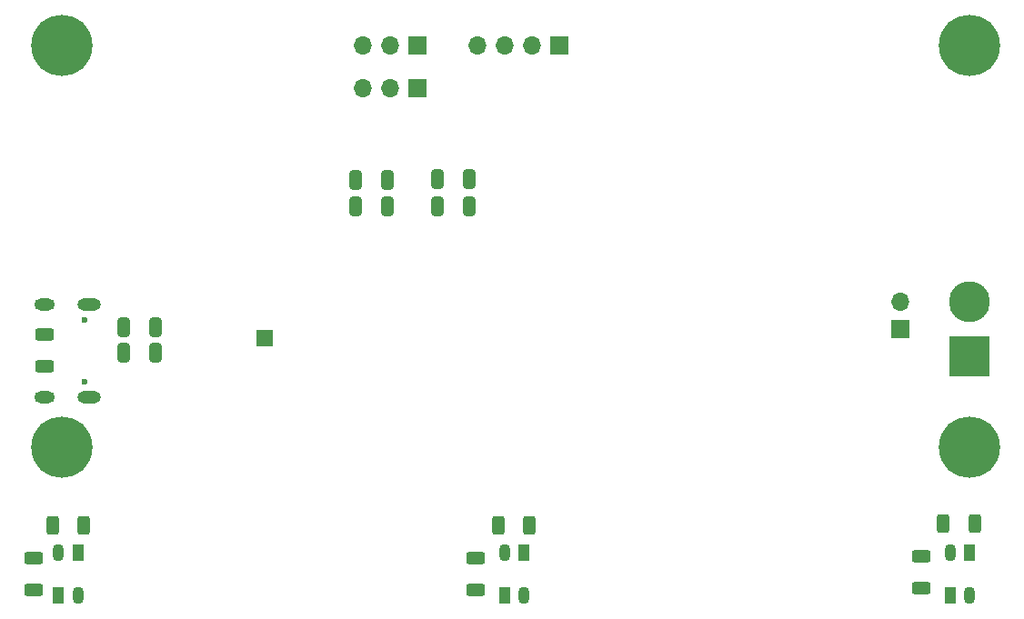
<source format=gbs>
G04 #@! TF.GenerationSoftware,KiCad,Pcbnew,7.0.8*
G04 #@! TF.CreationDate,2023-10-29T22:23:11+01:00*
G04 #@! TF.ProjectId,sumec,73756d65-632e-46b6-9963-61645f706362,rev?*
G04 #@! TF.SameCoordinates,Original*
G04 #@! TF.FileFunction,Soldermask,Bot*
G04 #@! TF.FilePolarity,Negative*
%FSLAX46Y46*%
G04 Gerber Fmt 4.6, Leading zero omitted, Abs format (unit mm)*
G04 Created by KiCad (PCBNEW 7.0.8) date 2023-10-29 22:23:11*
%MOMM*%
%LPD*%
G01*
G04 APERTURE LIST*
G04 Aperture macros list*
%AMRoundRect*
0 Rectangle with rounded corners*
0 $1 Rounding radius*
0 $2 $3 $4 $5 $6 $7 $8 $9 X,Y pos of 4 corners*
0 Add a 4 corners polygon primitive as box body*
4,1,4,$2,$3,$4,$5,$6,$7,$8,$9,$2,$3,0*
0 Add four circle primitives for the rounded corners*
1,1,$1+$1,$2,$3*
1,1,$1+$1,$4,$5*
1,1,$1+$1,$6,$7*
1,1,$1+$1,$8,$9*
0 Add four rect primitives between the rounded corners*
20,1,$1+$1,$2,$3,$4,$5,0*
20,1,$1+$1,$4,$5,$6,$7,0*
20,1,$1+$1,$6,$7,$8,$9,0*
20,1,$1+$1,$8,$9,$2,$3,0*%
G04 Aperture macros list end*
%ADD10C,5.700000*%
%ADD11RoundRect,0.250000X-0.550000X-0.550000X0.550000X-0.550000X0.550000X0.550000X-0.550000X0.550000X0*%
%ADD12R,3.800000X3.800000*%
%ADD13C,3.800000*%
%ADD14R,1.700000X1.700000*%
%ADD15O,1.700000X1.700000*%
%ADD16C,0.600000*%
%ADD17O,2.204000X1.104000*%
%ADD18O,1.904000X1.104000*%
%ADD19RoundRect,0.250000X-0.625000X0.312500X-0.625000X-0.312500X0.625000X-0.312500X0.625000X0.312500X0*%
%ADD20RoundRect,0.250000X0.312500X0.625000X-0.312500X0.625000X-0.312500X-0.625000X0.312500X-0.625000X0*%
%ADD21RoundRect,0.250000X-0.325000X-0.650000X0.325000X-0.650000X0.325000X0.650000X-0.325000X0.650000X0*%
%ADD22RoundRect,0.275000X0.275000X0.525000X-0.275000X0.525000X-0.275000X-0.525000X0.275000X-0.525000X0*%
%ADD23O,1.100000X1.600000*%
%ADD24RoundRect,0.250000X0.625000X-0.312500X0.625000X0.312500X-0.625000X0.312500X-0.625000X-0.312500X0*%
G04 APERTURE END LIST*
D10*
X154500000Y-48250000D03*
X239000000Y-85750000D03*
X154500000Y-85750000D03*
X239000000Y-48250000D03*
D11*
X173350000Y-75550000D03*
D12*
X239014000Y-77201400D03*
D13*
X239014000Y-72201400D03*
D14*
X200800000Y-48250000D03*
D15*
X198260000Y-48250000D03*
X195720000Y-48250000D03*
X193180000Y-48250000D03*
D14*
X187590000Y-52250000D03*
D15*
X185050000Y-52250000D03*
X182510000Y-52250000D03*
D14*
X232537000Y-74701400D03*
D15*
X232537000Y-72161400D03*
D14*
X187575000Y-48325000D03*
D15*
X185035000Y-48325000D03*
X182495000Y-48325000D03*
D16*
X156588000Y-73818000D03*
X156588000Y-79598000D03*
D17*
X157078000Y-72383000D03*
X157078000Y-81033000D03*
D18*
X152908000Y-72383000D03*
X152908000Y-81033000D03*
D19*
X234492800Y-95870300D03*
X234492800Y-98795300D03*
D20*
X239511300Y-92811600D03*
X236586300Y-92811600D03*
D21*
X189500000Y-60756800D03*
X192450000Y-60756800D03*
D22*
X197500000Y-95536000D03*
D23*
X197500000Y-99536000D03*
D22*
X195700000Y-99536000D03*
D23*
X195700000Y-95536000D03*
D22*
X156000000Y-95500000D03*
D23*
X156000000Y-99500000D03*
D22*
X154200000Y-99500000D03*
D23*
X154200000Y-95500000D03*
D21*
X181875000Y-60800000D03*
X184825000Y-60800000D03*
D20*
X156554900Y-93014800D03*
X153629900Y-93014800D03*
X198058500Y-92964000D03*
X195133500Y-92964000D03*
D19*
X151892000Y-96073500D03*
X151892000Y-98998500D03*
D21*
X160250000Y-76911200D03*
X163200000Y-76911200D03*
D19*
X193040000Y-96073500D03*
X193040000Y-98998500D03*
D21*
X181875000Y-63250000D03*
X184825000Y-63250000D03*
X160250000Y-74523600D03*
X163200000Y-74523600D03*
D22*
X239000000Y-95500000D03*
D23*
X239000000Y-99500000D03*
D22*
X237200000Y-99500000D03*
D23*
X237200000Y-95500000D03*
D24*
X152908000Y-78170500D03*
X152908000Y-75245500D03*
D21*
X189500000Y-63246000D03*
X192450000Y-63246000D03*
M02*

</source>
